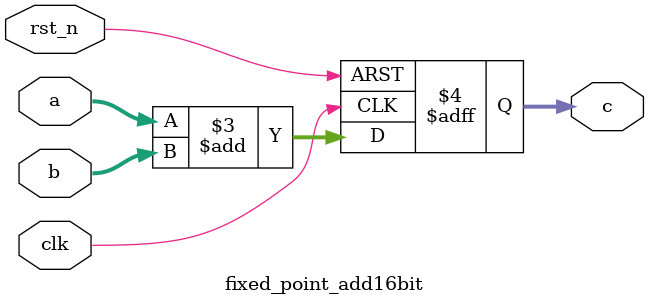
<source format=sv>
module fixed_point_add16bit (
    input clk,    // Clock
    input rst_n,  // Asynchronous reset active low
    input [15:0] a,
    input [15:0] b,
    output logic [16:0] c
);
    
    always_ff @(posedge clk or negedge rst_n) begin : proc_c
        if(~rst_n) begin
            c <= 0;
        end else begin
            c <= a+b;
        end
    end

endmodule
</source>
